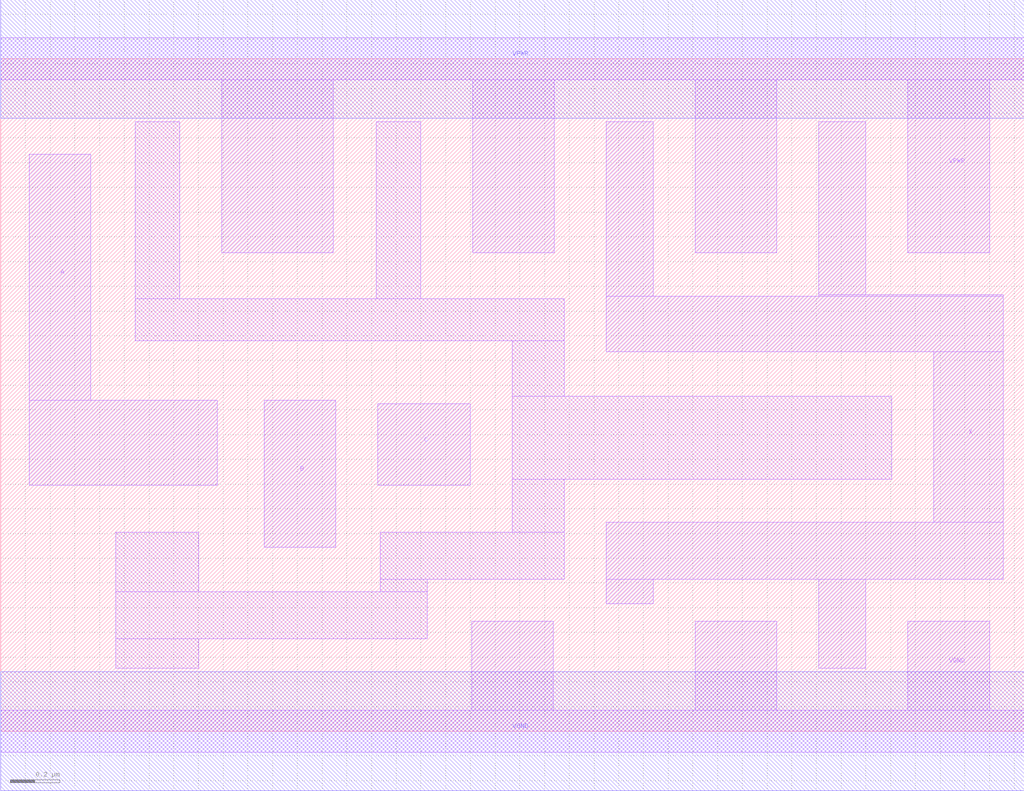
<source format=lef>
# Copyright 2020 The SkyWater PDK Authors
#
# Licensed under the Apache License, Version 2.0 (the "License");
# you may not use this file except in compliance with the License.
# You may obtain a copy of the License at
#
#     https://www.apache.org/licenses/LICENSE-2.0
#
# Unless required by applicable law or agreed to in writing, software
# distributed under the License is distributed on an "AS IS" BASIS,
# WITHOUT WARRANTIES OR CONDITIONS OF ANY KIND, either express or implied.
# See the License for the specific language governing permissions and
# limitations under the License.
#
# SPDX-License-Identifier: Apache-2.0

VERSION 5.5 ;
NAMESCASESENSITIVE ON ;
BUSBITCHARS "[]" ;
DIVIDERCHAR "/" ;
MACRO sky130_fd_sc_hd__and3_4
  CLASS CORE ;
  SOURCE USER ;
  ORIGIN  0.000000  0.000000 ;
  SIZE  4.140000 BY  2.720000 ;
  SYMMETRY X Y R90 ;
  SITE unithd ;
  PIN A
    ANTENNAGATEAREA  0.247500 ;
    DIRECTION INPUT ;
    USE SIGNAL ;
    PORT
      LAYER li1 ;
        RECT 0.115000 0.995000 0.875000 1.340000 ;
        RECT 0.115000 1.340000 0.365000 2.335000 ;
    END
  END A
  PIN B
    ANTENNAGATEAREA  0.247500 ;
    DIRECTION INPUT ;
    USE SIGNAL ;
    PORT
      LAYER li1 ;
        RECT 1.065000 0.745000 1.355000 1.340000 ;
    END
  END B
  PIN C
    ANTENNAGATEAREA  0.247500 ;
    DIRECTION INPUT ;
    USE SIGNAL ;
    PORT
      LAYER li1 ;
        RECT 1.525000 0.995000 1.900000 1.325000 ;
    END
  END C
  PIN X
    ANTENNADIFFAREA  0.924000 ;
    DIRECTION OUTPUT ;
    USE SIGNAL ;
    PORT
      LAYER li1 ;
        RECT 2.450000 0.515000 2.640000 0.615000 ;
        RECT 2.450000 0.615000 4.055000 0.845000 ;
        RECT 2.450000 1.535000 4.055000 1.760000 ;
        RECT 2.450000 1.760000 2.640000 2.465000 ;
        RECT 3.310000 0.255000 3.500000 0.615000 ;
        RECT 3.310000 1.760000 4.055000 1.765000 ;
        RECT 3.310000 1.765000 3.500000 2.465000 ;
        RECT 3.775000 0.845000 4.055000 1.535000 ;
    END
  END X
  PIN VGND
    DIRECTION INOUT ;
    SHAPE ABUTMENT ;
    USE GROUND ;
    PORT
      LAYER li1 ;
        RECT 0.000000 -0.085000 4.140000 0.085000 ;
        RECT 1.905000  0.085000 2.235000 0.445000 ;
        RECT 2.810000  0.085000 3.140000 0.445000 ;
        RECT 3.670000  0.085000 4.000000 0.445000 ;
    END
    PORT
      LAYER met1 ;
        RECT 0.000000 -0.240000 4.140000 0.240000 ;
    END
  END VGND
  PIN VNB
    DIRECTION INOUT ;
    USE GROUND ;
    PORT
    END
  END VNB
  PIN VPB
    DIRECTION INOUT ;
    USE POWER ;
    PORT
    END
  END VPB
  PIN VPWR
    DIRECTION INOUT ;
    SHAPE ABUTMENT ;
    USE POWER ;
    PORT
      LAYER li1 ;
        RECT 0.000000 2.635000 4.140000 2.805000 ;
        RECT 0.895000 1.935000 1.345000 2.635000 ;
        RECT 1.910000 1.935000 2.240000 2.635000 ;
        RECT 2.810000 1.935000 3.140000 2.635000 ;
        RECT 3.670000 1.935000 4.000000 2.635000 ;
    END
    PORT
      LAYER met1 ;
        RECT 0.000000 2.480000 4.140000 2.960000 ;
    END
  END VPWR
  OBS
    LAYER li1 ;
      RECT 0.465000 0.255000 0.800000 0.375000 ;
      RECT 0.465000 0.375000 1.725000 0.565000 ;
      RECT 0.465000 0.565000 0.800000 0.805000 ;
      RECT 0.545000 1.580000 2.280000 1.750000 ;
      RECT 0.545000 1.750000 0.725000 2.465000 ;
      RECT 1.520000 1.750000 1.700000 2.465000 ;
      RECT 1.535000 0.565000 1.725000 0.615000 ;
      RECT 1.535000 0.615000 2.280000 0.805000 ;
      RECT 2.070000 0.805000 2.280000 1.020000 ;
      RECT 2.070000 1.020000 3.605000 1.355000 ;
      RECT 2.070000 1.355000 2.280000 1.580000 ;
  END
END sky130_fd_sc_hd__and3_4
END LIBRARY

</source>
